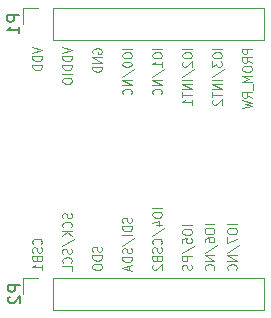
<source format=gbr>
%TF.GenerationSoftware,KiCad,Pcbnew,(7.0.0-0)*%
%TF.CreationDate,2023-10-19T00:03:18+09:00*%
%TF.ProjectId,shuttle-adaptor,73687574-746c-4652-9d61-646170746f72,rev?*%
%TF.SameCoordinates,Original*%
%TF.FileFunction,Legend,Bot*%
%TF.FilePolarity,Positive*%
%FSLAX46Y46*%
G04 Gerber Fmt 4.6, Leading zero omitted, Abs format (unit mm)*
G04 Created by KiCad (PCBNEW (7.0.0-0)) date 2023-10-19 00:03:18*
%MOMM*%
%LPD*%
G01*
G04 APERTURE LIST*
%ADD10C,0.120000*%
%ADD11C,0.150000*%
G04 APERTURE END LIST*
D10*
X134875809Y-84963571D02*
X134913904Y-85070714D01*
X134913904Y-85070714D02*
X134913904Y-85249285D01*
X134913904Y-85249285D02*
X134875809Y-85320714D01*
X134875809Y-85320714D02*
X134837714Y-85356428D01*
X134837714Y-85356428D02*
X134761523Y-85392142D01*
X134761523Y-85392142D02*
X134685333Y-85392142D01*
X134685333Y-85392142D02*
X134609142Y-85356428D01*
X134609142Y-85356428D02*
X134571047Y-85320714D01*
X134571047Y-85320714D02*
X134532952Y-85249285D01*
X134532952Y-85249285D02*
X134494857Y-85106428D01*
X134494857Y-85106428D02*
X134456761Y-85034999D01*
X134456761Y-85034999D02*
X134418666Y-84999285D01*
X134418666Y-84999285D02*
X134342476Y-84963571D01*
X134342476Y-84963571D02*
X134266285Y-84963571D01*
X134266285Y-84963571D02*
X134190095Y-84999285D01*
X134190095Y-84999285D02*
X134152000Y-85034999D01*
X134152000Y-85034999D02*
X134113904Y-85106428D01*
X134113904Y-85106428D02*
X134113904Y-85284999D01*
X134113904Y-85284999D02*
X134152000Y-85392142D01*
X134913904Y-85713571D02*
X134113904Y-85713571D01*
X134113904Y-85713571D02*
X134113904Y-85892142D01*
X134113904Y-85892142D02*
X134152000Y-85999285D01*
X134152000Y-85999285D02*
X134228190Y-86070714D01*
X134228190Y-86070714D02*
X134304380Y-86106428D01*
X134304380Y-86106428D02*
X134456761Y-86142142D01*
X134456761Y-86142142D02*
X134571047Y-86142142D01*
X134571047Y-86142142D02*
X134723428Y-86106428D01*
X134723428Y-86106428D02*
X134799619Y-86070714D01*
X134799619Y-86070714D02*
X134875809Y-85999285D01*
X134875809Y-85999285D02*
X134913904Y-85892142D01*
X134913904Y-85892142D02*
X134913904Y-85713571D01*
X134913904Y-86463571D02*
X134113904Y-86463571D01*
X134075809Y-87356428D02*
X135104380Y-86713571D01*
X134875809Y-87570714D02*
X134913904Y-87677857D01*
X134913904Y-87677857D02*
X134913904Y-87856428D01*
X134913904Y-87856428D02*
X134875809Y-87927857D01*
X134875809Y-87927857D02*
X134837714Y-87963571D01*
X134837714Y-87963571D02*
X134761523Y-87999285D01*
X134761523Y-87999285D02*
X134685333Y-87999285D01*
X134685333Y-87999285D02*
X134609142Y-87963571D01*
X134609142Y-87963571D02*
X134571047Y-87927857D01*
X134571047Y-87927857D02*
X134532952Y-87856428D01*
X134532952Y-87856428D02*
X134494857Y-87713571D01*
X134494857Y-87713571D02*
X134456761Y-87642142D01*
X134456761Y-87642142D02*
X134418666Y-87606428D01*
X134418666Y-87606428D02*
X134342476Y-87570714D01*
X134342476Y-87570714D02*
X134266285Y-87570714D01*
X134266285Y-87570714D02*
X134190095Y-87606428D01*
X134190095Y-87606428D02*
X134152000Y-87642142D01*
X134152000Y-87642142D02*
X134113904Y-87713571D01*
X134113904Y-87713571D02*
X134113904Y-87892142D01*
X134113904Y-87892142D02*
X134152000Y-87999285D01*
X134913904Y-88320714D02*
X134113904Y-88320714D01*
X134113904Y-88320714D02*
X134113904Y-88499285D01*
X134113904Y-88499285D02*
X134152000Y-88606428D01*
X134152000Y-88606428D02*
X134228190Y-88677857D01*
X134228190Y-88677857D02*
X134304380Y-88713571D01*
X134304380Y-88713571D02*
X134456761Y-88749285D01*
X134456761Y-88749285D02*
X134571047Y-88749285D01*
X134571047Y-88749285D02*
X134723428Y-88713571D01*
X134723428Y-88713571D02*
X134799619Y-88677857D01*
X134799619Y-88677857D02*
X134875809Y-88606428D01*
X134875809Y-88606428D02*
X134913904Y-88499285D01*
X134913904Y-88499285D02*
X134913904Y-88320714D01*
X134685333Y-89035000D02*
X134685333Y-89392143D01*
X134913904Y-88963571D02*
X134113904Y-89213571D01*
X134113904Y-89213571D02*
X134913904Y-89463571D01*
X127217714Y-87213570D02*
X127255809Y-87177856D01*
X127255809Y-87177856D02*
X127293904Y-87070713D01*
X127293904Y-87070713D02*
X127293904Y-86999285D01*
X127293904Y-86999285D02*
X127255809Y-86892142D01*
X127255809Y-86892142D02*
X127179619Y-86820713D01*
X127179619Y-86820713D02*
X127103428Y-86784999D01*
X127103428Y-86784999D02*
X126951047Y-86749285D01*
X126951047Y-86749285D02*
X126836761Y-86749285D01*
X126836761Y-86749285D02*
X126684380Y-86784999D01*
X126684380Y-86784999D02*
X126608190Y-86820713D01*
X126608190Y-86820713D02*
X126532000Y-86892142D01*
X126532000Y-86892142D02*
X126493904Y-86999285D01*
X126493904Y-86999285D02*
X126493904Y-87070713D01*
X126493904Y-87070713D02*
X126532000Y-87177856D01*
X126532000Y-87177856D02*
X126570095Y-87213570D01*
X127255809Y-87499285D02*
X127293904Y-87606428D01*
X127293904Y-87606428D02*
X127293904Y-87784999D01*
X127293904Y-87784999D02*
X127255809Y-87856428D01*
X127255809Y-87856428D02*
X127217714Y-87892142D01*
X127217714Y-87892142D02*
X127141523Y-87927856D01*
X127141523Y-87927856D02*
X127065333Y-87927856D01*
X127065333Y-87927856D02*
X126989142Y-87892142D01*
X126989142Y-87892142D02*
X126951047Y-87856428D01*
X126951047Y-87856428D02*
X126912952Y-87784999D01*
X126912952Y-87784999D02*
X126874857Y-87642142D01*
X126874857Y-87642142D02*
X126836761Y-87570713D01*
X126836761Y-87570713D02*
X126798666Y-87534999D01*
X126798666Y-87534999D02*
X126722476Y-87499285D01*
X126722476Y-87499285D02*
X126646285Y-87499285D01*
X126646285Y-87499285D02*
X126570095Y-87534999D01*
X126570095Y-87534999D02*
X126532000Y-87570713D01*
X126532000Y-87570713D02*
X126493904Y-87642142D01*
X126493904Y-87642142D02*
X126493904Y-87820713D01*
X126493904Y-87820713D02*
X126532000Y-87927856D01*
X126874857Y-88499285D02*
X126912952Y-88606428D01*
X126912952Y-88606428D02*
X126951047Y-88642142D01*
X126951047Y-88642142D02*
X127027238Y-88677856D01*
X127027238Y-88677856D02*
X127141523Y-88677856D01*
X127141523Y-88677856D02*
X127217714Y-88642142D01*
X127217714Y-88642142D02*
X127255809Y-88606428D01*
X127255809Y-88606428D02*
X127293904Y-88534999D01*
X127293904Y-88534999D02*
X127293904Y-88249285D01*
X127293904Y-88249285D02*
X126493904Y-88249285D01*
X126493904Y-88249285D02*
X126493904Y-88499285D01*
X126493904Y-88499285D02*
X126532000Y-88570714D01*
X126532000Y-88570714D02*
X126570095Y-88606428D01*
X126570095Y-88606428D02*
X126646285Y-88642142D01*
X126646285Y-88642142D02*
X126722476Y-88642142D01*
X126722476Y-88642142D02*
X126798666Y-88606428D01*
X126798666Y-88606428D02*
X126836761Y-88570714D01*
X126836761Y-88570714D02*
X126874857Y-88499285D01*
X126874857Y-88499285D02*
X126874857Y-88249285D01*
X127293904Y-89392142D02*
X127293904Y-88963571D01*
X127293904Y-89177856D02*
X126493904Y-89177856D01*
X126493904Y-89177856D02*
X126608190Y-89106428D01*
X126608190Y-89106428D02*
X126684380Y-89034999D01*
X126684380Y-89034999D02*
X126722476Y-88963571D01*
X129033904Y-70556428D02*
X129833904Y-70806428D01*
X129833904Y-70806428D02*
X129033904Y-71056428D01*
X129833904Y-71306428D02*
X129033904Y-71306428D01*
X129033904Y-71306428D02*
X129033904Y-71484999D01*
X129033904Y-71484999D02*
X129072000Y-71592142D01*
X129072000Y-71592142D02*
X129148190Y-71663571D01*
X129148190Y-71663571D02*
X129224380Y-71699285D01*
X129224380Y-71699285D02*
X129376761Y-71734999D01*
X129376761Y-71734999D02*
X129491047Y-71734999D01*
X129491047Y-71734999D02*
X129643428Y-71699285D01*
X129643428Y-71699285D02*
X129719619Y-71663571D01*
X129719619Y-71663571D02*
X129795809Y-71592142D01*
X129795809Y-71592142D02*
X129833904Y-71484999D01*
X129833904Y-71484999D02*
X129833904Y-71306428D01*
X129833904Y-72056428D02*
X129033904Y-72056428D01*
X129033904Y-72056428D02*
X129033904Y-72234999D01*
X129033904Y-72234999D02*
X129072000Y-72342142D01*
X129072000Y-72342142D02*
X129148190Y-72413571D01*
X129148190Y-72413571D02*
X129224380Y-72449285D01*
X129224380Y-72449285D02*
X129376761Y-72484999D01*
X129376761Y-72484999D02*
X129491047Y-72484999D01*
X129491047Y-72484999D02*
X129643428Y-72449285D01*
X129643428Y-72449285D02*
X129719619Y-72413571D01*
X129719619Y-72413571D02*
X129795809Y-72342142D01*
X129795809Y-72342142D02*
X129833904Y-72234999D01*
X129833904Y-72234999D02*
X129833904Y-72056428D01*
X129833904Y-72806428D02*
X129033904Y-72806428D01*
X129033904Y-73306428D02*
X129033904Y-73449285D01*
X129033904Y-73449285D02*
X129072000Y-73520714D01*
X129072000Y-73520714D02*
X129148190Y-73592142D01*
X129148190Y-73592142D02*
X129300571Y-73627857D01*
X129300571Y-73627857D02*
X129567238Y-73627857D01*
X129567238Y-73627857D02*
X129719619Y-73592142D01*
X129719619Y-73592142D02*
X129795809Y-73520714D01*
X129795809Y-73520714D02*
X129833904Y-73449285D01*
X129833904Y-73449285D02*
X129833904Y-73306428D01*
X129833904Y-73306428D02*
X129795809Y-73235000D01*
X129795809Y-73235000D02*
X129719619Y-73163571D01*
X129719619Y-73163571D02*
X129567238Y-73127857D01*
X129567238Y-73127857D02*
X129300571Y-73127857D01*
X129300571Y-73127857D02*
X129148190Y-73163571D01*
X129148190Y-73163571D02*
X129072000Y-73235000D01*
X129072000Y-73235000D02*
X129033904Y-73306428D01*
X142533904Y-70663571D02*
X141733904Y-70663571D01*
X141733904Y-71163571D02*
X141733904Y-71306428D01*
X141733904Y-71306428D02*
X141772000Y-71377857D01*
X141772000Y-71377857D02*
X141848190Y-71449285D01*
X141848190Y-71449285D02*
X142000571Y-71485000D01*
X142000571Y-71485000D02*
X142267238Y-71485000D01*
X142267238Y-71485000D02*
X142419619Y-71449285D01*
X142419619Y-71449285D02*
X142495809Y-71377857D01*
X142495809Y-71377857D02*
X142533904Y-71306428D01*
X142533904Y-71306428D02*
X142533904Y-71163571D01*
X142533904Y-71163571D02*
X142495809Y-71092143D01*
X142495809Y-71092143D02*
X142419619Y-71020714D01*
X142419619Y-71020714D02*
X142267238Y-70985000D01*
X142267238Y-70985000D02*
X142000571Y-70985000D01*
X142000571Y-70985000D02*
X141848190Y-71020714D01*
X141848190Y-71020714D02*
X141772000Y-71092143D01*
X141772000Y-71092143D02*
X141733904Y-71163571D01*
X141733904Y-71734999D02*
X141733904Y-72199285D01*
X141733904Y-72199285D02*
X142038666Y-71949285D01*
X142038666Y-71949285D02*
X142038666Y-72056428D01*
X142038666Y-72056428D02*
X142076761Y-72127857D01*
X142076761Y-72127857D02*
X142114857Y-72163571D01*
X142114857Y-72163571D02*
X142191047Y-72199285D01*
X142191047Y-72199285D02*
X142381523Y-72199285D01*
X142381523Y-72199285D02*
X142457714Y-72163571D01*
X142457714Y-72163571D02*
X142495809Y-72127857D01*
X142495809Y-72127857D02*
X142533904Y-72056428D01*
X142533904Y-72056428D02*
X142533904Y-71842142D01*
X142533904Y-71842142D02*
X142495809Y-71770714D01*
X142495809Y-71770714D02*
X142457714Y-71734999D01*
X141695809Y-73056428D02*
X142724380Y-72413571D01*
X142533904Y-73306428D02*
X141733904Y-73306428D01*
X142533904Y-73663571D02*
X141733904Y-73663571D01*
X141733904Y-73663571D02*
X142533904Y-74092142D01*
X142533904Y-74092142D02*
X141733904Y-74092142D01*
X141733904Y-74342142D02*
X141733904Y-74770714D01*
X142533904Y-74556428D02*
X141733904Y-74556428D01*
X141810095Y-74985000D02*
X141772000Y-75020714D01*
X141772000Y-75020714D02*
X141733904Y-75092143D01*
X141733904Y-75092143D02*
X141733904Y-75270714D01*
X141733904Y-75270714D02*
X141772000Y-75342143D01*
X141772000Y-75342143D02*
X141810095Y-75377857D01*
X141810095Y-75377857D02*
X141886285Y-75413571D01*
X141886285Y-75413571D02*
X141962476Y-75413571D01*
X141962476Y-75413571D02*
X142076761Y-75377857D01*
X142076761Y-75377857D02*
X142533904Y-74949285D01*
X142533904Y-74949285D02*
X142533904Y-75413571D01*
X137453904Y-84142142D02*
X136653904Y-84142142D01*
X136653904Y-84642142D02*
X136653904Y-84784999D01*
X136653904Y-84784999D02*
X136692000Y-84856428D01*
X136692000Y-84856428D02*
X136768190Y-84927856D01*
X136768190Y-84927856D02*
X136920571Y-84963571D01*
X136920571Y-84963571D02*
X137187238Y-84963571D01*
X137187238Y-84963571D02*
X137339619Y-84927856D01*
X137339619Y-84927856D02*
X137415809Y-84856428D01*
X137415809Y-84856428D02*
X137453904Y-84784999D01*
X137453904Y-84784999D02*
X137453904Y-84642142D01*
X137453904Y-84642142D02*
X137415809Y-84570714D01*
X137415809Y-84570714D02*
X137339619Y-84499285D01*
X137339619Y-84499285D02*
X137187238Y-84463571D01*
X137187238Y-84463571D02*
X136920571Y-84463571D01*
X136920571Y-84463571D02*
X136768190Y-84499285D01*
X136768190Y-84499285D02*
X136692000Y-84570714D01*
X136692000Y-84570714D02*
X136653904Y-84642142D01*
X136920571Y-85606428D02*
X137453904Y-85606428D01*
X136615809Y-85427856D02*
X137187238Y-85249285D01*
X137187238Y-85249285D02*
X137187238Y-85713570D01*
X136615809Y-86534999D02*
X137644380Y-85892142D01*
X137377714Y-87213570D02*
X137415809Y-87177856D01*
X137415809Y-87177856D02*
X137453904Y-87070713D01*
X137453904Y-87070713D02*
X137453904Y-86999285D01*
X137453904Y-86999285D02*
X137415809Y-86892142D01*
X137415809Y-86892142D02*
X137339619Y-86820713D01*
X137339619Y-86820713D02*
X137263428Y-86784999D01*
X137263428Y-86784999D02*
X137111047Y-86749285D01*
X137111047Y-86749285D02*
X136996761Y-86749285D01*
X136996761Y-86749285D02*
X136844380Y-86784999D01*
X136844380Y-86784999D02*
X136768190Y-86820713D01*
X136768190Y-86820713D02*
X136692000Y-86892142D01*
X136692000Y-86892142D02*
X136653904Y-86999285D01*
X136653904Y-86999285D02*
X136653904Y-87070713D01*
X136653904Y-87070713D02*
X136692000Y-87177856D01*
X136692000Y-87177856D02*
X136730095Y-87213570D01*
X137415809Y-87499285D02*
X137453904Y-87606428D01*
X137453904Y-87606428D02*
X137453904Y-87784999D01*
X137453904Y-87784999D02*
X137415809Y-87856428D01*
X137415809Y-87856428D02*
X137377714Y-87892142D01*
X137377714Y-87892142D02*
X137301523Y-87927856D01*
X137301523Y-87927856D02*
X137225333Y-87927856D01*
X137225333Y-87927856D02*
X137149142Y-87892142D01*
X137149142Y-87892142D02*
X137111047Y-87856428D01*
X137111047Y-87856428D02*
X137072952Y-87784999D01*
X137072952Y-87784999D02*
X137034857Y-87642142D01*
X137034857Y-87642142D02*
X136996761Y-87570713D01*
X136996761Y-87570713D02*
X136958666Y-87534999D01*
X136958666Y-87534999D02*
X136882476Y-87499285D01*
X136882476Y-87499285D02*
X136806285Y-87499285D01*
X136806285Y-87499285D02*
X136730095Y-87534999D01*
X136730095Y-87534999D02*
X136692000Y-87570713D01*
X136692000Y-87570713D02*
X136653904Y-87642142D01*
X136653904Y-87642142D02*
X136653904Y-87820713D01*
X136653904Y-87820713D02*
X136692000Y-87927856D01*
X137034857Y-88499285D02*
X137072952Y-88606428D01*
X137072952Y-88606428D02*
X137111047Y-88642142D01*
X137111047Y-88642142D02*
X137187238Y-88677856D01*
X137187238Y-88677856D02*
X137301523Y-88677856D01*
X137301523Y-88677856D02*
X137377714Y-88642142D01*
X137377714Y-88642142D02*
X137415809Y-88606428D01*
X137415809Y-88606428D02*
X137453904Y-88534999D01*
X137453904Y-88534999D02*
X137453904Y-88249285D01*
X137453904Y-88249285D02*
X136653904Y-88249285D01*
X136653904Y-88249285D02*
X136653904Y-88499285D01*
X136653904Y-88499285D02*
X136692000Y-88570714D01*
X136692000Y-88570714D02*
X136730095Y-88606428D01*
X136730095Y-88606428D02*
X136806285Y-88642142D01*
X136806285Y-88642142D02*
X136882476Y-88642142D01*
X136882476Y-88642142D02*
X136958666Y-88606428D01*
X136958666Y-88606428D02*
X136996761Y-88570714D01*
X136996761Y-88570714D02*
X137034857Y-88499285D01*
X137034857Y-88499285D02*
X137034857Y-88249285D01*
X136730095Y-88963571D02*
X136692000Y-88999285D01*
X136692000Y-88999285D02*
X136653904Y-89070714D01*
X136653904Y-89070714D02*
X136653904Y-89249285D01*
X136653904Y-89249285D02*
X136692000Y-89320714D01*
X136692000Y-89320714D02*
X136730095Y-89356428D01*
X136730095Y-89356428D02*
X136806285Y-89392142D01*
X136806285Y-89392142D02*
X136882476Y-89392142D01*
X136882476Y-89392142D02*
X136996761Y-89356428D01*
X136996761Y-89356428D02*
X137453904Y-88927856D01*
X137453904Y-88927856D02*
X137453904Y-89392142D01*
X145073904Y-70663571D02*
X144273904Y-70663571D01*
X144273904Y-70663571D02*
X144273904Y-70949285D01*
X144273904Y-70949285D02*
X144312000Y-71020714D01*
X144312000Y-71020714D02*
X144350095Y-71056428D01*
X144350095Y-71056428D02*
X144426285Y-71092142D01*
X144426285Y-71092142D02*
X144540571Y-71092142D01*
X144540571Y-71092142D02*
X144616761Y-71056428D01*
X144616761Y-71056428D02*
X144654857Y-71020714D01*
X144654857Y-71020714D02*
X144692952Y-70949285D01*
X144692952Y-70949285D02*
X144692952Y-70663571D01*
X145073904Y-71842142D02*
X144692952Y-71592142D01*
X145073904Y-71413571D02*
X144273904Y-71413571D01*
X144273904Y-71413571D02*
X144273904Y-71699285D01*
X144273904Y-71699285D02*
X144312000Y-71770714D01*
X144312000Y-71770714D02*
X144350095Y-71806428D01*
X144350095Y-71806428D02*
X144426285Y-71842142D01*
X144426285Y-71842142D02*
X144540571Y-71842142D01*
X144540571Y-71842142D02*
X144616761Y-71806428D01*
X144616761Y-71806428D02*
X144654857Y-71770714D01*
X144654857Y-71770714D02*
X144692952Y-71699285D01*
X144692952Y-71699285D02*
X144692952Y-71413571D01*
X144273904Y-72306428D02*
X144273904Y-72449285D01*
X144273904Y-72449285D02*
X144312000Y-72520714D01*
X144312000Y-72520714D02*
X144388190Y-72592142D01*
X144388190Y-72592142D02*
X144540571Y-72627857D01*
X144540571Y-72627857D02*
X144807238Y-72627857D01*
X144807238Y-72627857D02*
X144959619Y-72592142D01*
X144959619Y-72592142D02*
X145035809Y-72520714D01*
X145035809Y-72520714D02*
X145073904Y-72449285D01*
X145073904Y-72449285D02*
X145073904Y-72306428D01*
X145073904Y-72306428D02*
X145035809Y-72235000D01*
X145035809Y-72235000D02*
X144959619Y-72163571D01*
X144959619Y-72163571D02*
X144807238Y-72127857D01*
X144807238Y-72127857D02*
X144540571Y-72127857D01*
X144540571Y-72127857D02*
X144388190Y-72163571D01*
X144388190Y-72163571D02*
X144312000Y-72235000D01*
X144312000Y-72235000D02*
X144273904Y-72306428D01*
X145073904Y-72949285D02*
X144273904Y-72949285D01*
X144273904Y-72949285D02*
X144845333Y-73199285D01*
X144845333Y-73199285D02*
X144273904Y-73449285D01*
X144273904Y-73449285D02*
X145073904Y-73449285D01*
X145150095Y-73627857D02*
X145150095Y-74199285D01*
X145073904Y-74806428D02*
X144692952Y-74556428D01*
X145073904Y-74377857D02*
X144273904Y-74377857D01*
X144273904Y-74377857D02*
X144273904Y-74663571D01*
X144273904Y-74663571D02*
X144312000Y-74735000D01*
X144312000Y-74735000D02*
X144350095Y-74770714D01*
X144350095Y-74770714D02*
X144426285Y-74806428D01*
X144426285Y-74806428D02*
X144540571Y-74806428D01*
X144540571Y-74806428D02*
X144616761Y-74770714D01*
X144616761Y-74770714D02*
X144654857Y-74735000D01*
X144654857Y-74735000D02*
X144692952Y-74663571D01*
X144692952Y-74663571D02*
X144692952Y-74377857D01*
X144273904Y-75056428D02*
X145073904Y-75235000D01*
X145073904Y-75235000D02*
X144502476Y-75377857D01*
X144502476Y-75377857D02*
X145073904Y-75520714D01*
X145073904Y-75520714D02*
X144273904Y-75699286D01*
X139993904Y-85606428D02*
X139193904Y-85606428D01*
X139193904Y-86106428D02*
X139193904Y-86249285D01*
X139193904Y-86249285D02*
X139232000Y-86320714D01*
X139232000Y-86320714D02*
X139308190Y-86392142D01*
X139308190Y-86392142D02*
X139460571Y-86427857D01*
X139460571Y-86427857D02*
X139727238Y-86427857D01*
X139727238Y-86427857D02*
X139879619Y-86392142D01*
X139879619Y-86392142D02*
X139955809Y-86320714D01*
X139955809Y-86320714D02*
X139993904Y-86249285D01*
X139993904Y-86249285D02*
X139993904Y-86106428D01*
X139993904Y-86106428D02*
X139955809Y-86035000D01*
X139955809Y-86035000D02*
X139879619Y-85963571D01*
X139879619Y-85963571D02*
X139727238Y-85927857D01*
X139727238Y-85927857D02*
X139460571Y-85927857D01*
X139460571Y-85927857D02*
X139308190Y-85963571D01*
X139308190Y-85963571D02*
X139232000Y-86035000D01*
X139232000Y-86035000D02*
X139193904Y-86106428D01*
X139193904Y-87106428D02*
X139193904Y-86749285D01*
X139193904Y-86749285D02*
X139574857Y-86713571D01*
X139574857Y-86713571D02*
X139536761Y-86749285D01*
X139536761Y-86749285D02*
X139498666Y-86820714D01*
X139498666Y-86820714D02*
X139498666Y-86999285D01*
X139498666Y-86999285D02*
X139536761Y-87070714D01*
X139536761Y-87070714D02*
X139574857Y-87106428D01*
X139574857Y-87106428D02*
X139651047Y-87142142D01*
X139651047Y-87142142D02*
X139841523Y-87142142D01*
X139841523Y-87142142D02*
X139917714Y-87106428D01*
X139917714Y-87106428D02*
X139955809Y-87070714D01*
X139955809Y-87070714D02*
X139993904Y-86999285D01*
X139993904Y-86999285D02*
X139993904Y-86820714D01*
X139993904Y-86820714D02*
X139955809Y-86749285D01*
X139955809Y-86749285D02*
X139917714Y-86713571D01*
X139155809Y-87999285D02*
X140184380Y-87356428D01*
X139993904Y-88249285D02*
X139193904Y-88249285D01*
X139193904Y-88249285D02*
X139193904Y-88534999D01*
X139193904Y-88534999D02*
X139232000Y-88606428D01*
X139232000Y-88606428D02*
X139270095Y-88642142D01*
X139270095Y-88642142D02*
X139346285Y-88677856D01*
X139346285Y-88677856D02*
X139460571Y-88677856D01*
X139460571Y-88677856D02*
X139536761Y-88642142D01*
X139536761Y-88642142D02*
X139574857Y-88606428D01*
X139574857Y-88606428D02*
X139612952Y-88534999D01*
X139612952Y-88534999D02*
X139612952Y-88249285D01*
X139955809Y-88963571D02*
X139993904Y-89070714D01*
X139993904Y-89070714D02*
X139993904Y-89249285D01*
X139993904Y-89249285D02*
X139955809Y-89320714D01*
X139955809Y-89320714D02*
X139917714Y-89356428D01*
X139917714Y-89356428D02*
X139841523Y-89392142D01*
X139841523Y-89392142D02*
X139765333Y-89392142D01*
X139765333Y-89392142D02*
X139689142Y-89356428D01*
X139689142Y-89356428D02*
X139651047Y-89320714D01*
X139651047Y-89320714D02*
X139612952Y-89249285D01*
X139612952Y-89249285D02*
X139574857Y-89106428D01*
X139574857Y-89106428D02*
X139536761Y-89034999D01*
X139536761Y-89034999D02*
X139498666Y-88999285D01*
X139498666Y-88999285D02*
X139422476Y-88963571D01*
X139422476Y-88963571D02*
X139346285Y-88963571D01*
X139346285Y-88963571D02*
X139270095Y-88999285D01*
X139270095Y-88999285D02*
X139232000Y-89034999D01*
X139232000Y-89034999D02*
X139193904Y-89106428D01*
X139193904Y-89106428D02*
X139193904Y-89284999D01*
X139193904Y-89284999D02*
X139232000Y-89392142D01*
X129795809Y-84606428D02*
X129833904Y-84713571D01*
X129833904Y-84713571D02*
X129833904Y-84892142D01*
X129833904Y-84892142D02*
X129795809Y-84963571D01*
X129795809Y-84963571D02*
X129757714Y-84999285D01*
X129757714Y-84999285D02*
X129681523Y-85034999D01*
X129681523Y-85034999D02*
X129605333Y-85034999D01*
X129605333Y-85034999D02*
X129529142Y-84999285D01*
X129529142Y-84999285D02*
X129491047Y-84963571D01*
X129491047Y-84963571D02*
X129452952Y-84892142D01*
X129452952Y-84892142D02*
X129414857Y-84749285D01*
X129414857Y-84749285D02*
X129376761Y-84677856D01*
X129376761Y-84677856D02*
X129338666Y-84642142D01*
X129338666Y-84642142D02*
X129262476Y-84606428D01*
X129262476Y-84606428D02*
X129186285Y-84606428D01*
X129186285Y-84606428D02*
X129110095Y-84642142D01*
X129110095Y-84642142D02*
X129072000Y-84677856D01*
X129072000Y-84677856D02*
X129033904Y-84749285D01*
X129033904Y-84749285D02*
X129033904Y-84927856D01*
X129033904Y-84927856D02*
X129072000Y-85034999D01*
X129757714Y-85784999D02*
X129795809Y-85749285D01*
X129795809Y-85749285D02*
X129833904Y-85642142D01*
X129833904Y-85642142D02*
X129833904Y-85570714D01*
X129833904Y-85570714D02*
X129795809Y-85463571D01*
X129795809Y-85463571D02*
X129719619Y-85392142D01*
X129719619Y-85392142D02*
X129643428Y-85356428D01*
X129643428Y-85356428D02*
X129491047Y-85320714D01*
X129491047Y-85320714D02*
X129376761Y-85320714D01*
X129376761Y-85320714D02*
X129224380Y-85356428D01*
X129224380Y-85356428D02*
X129148190Y-85392142D01*
X129148190Y-85392142D02*
X129072000Y-85463571D01*
X129072000Y-85463571D02*
X129033904Y-85570714D01*
X129033904Y-85570714D02*
X129033904Y-85642142D01*
X129033904Y-85642142D02*
X129072000Y-85749285D01*
X129072000Y-85749285D02*
X129110095Y-85784999D01*
X129833904Y-86106428D02*
X129033904Y-86106428D01*
X129833904Y-86534999D02*
X129376761Y-86213571D01*
X129033904Y-86534999D02*
X129491047Y-86106428D01*
X128995809Y-87392142D02*
X130024380Y-86749285D01*
X129795809Y-87606428D02*
X129833904Y-87713571D01*
X129833904Y-87713571D02*
X129833904Y-87892142D01*
X129833904Y-87892142D02*
X129795809Y-87963571D01*
X129795809Y-87963571D02*
X129757714Y-87999285D01*
X129757714Y-87999285D02*
X129681523Y-88034999D01*
X129681523Y-88034999D02*
X129605333Y-88034999D01*
X129605333Y-88034999D02*
X129529142Y-87999285D01*
X129529142Y-87999285D02*
X129491047Y-87963571D01*
X129491047Y-87963571D02*
X129452952Y-87892142D01*
X129452952Y-87892142D02*
X129414857Y-87749285D01*
X129414857Y-87749285D02*
X129376761Y-87677856D01*
X129376761Y-87677856D02*
X129338666Y-87642142D01*
X129338666Y-87642142D02*
X129262476Y-87606428D01*
X129262476Y-87606428D02*
X129186285Y-87606428D01*
X129186285Y-87606428D02*
X129110095Y-87642142D01*
X129110095Y-87642142D02*
X129072000Y-87677856D01*
X129072000Y-87677856D02*
X129033904Y-87749285D01*
X129033904Y-87749285D02*
X129033904Y-87927856D01*
X129033904Y-87927856D02*
X129072000Y-88034999D01*
X129757714Y-88784999D02*
X129795809Y-88749285D01*
X129795809Y-88749285D02*
X129833904Y-88642142D01*
X129833904Y-88642142D02*
X129833904Y-88570714D01*
X129833904Y-88570714D02*
X129795809Y-88463571D01*
X129795809Y-88463571D02*
X129719619Y-88392142D01*
X129719619Y-88392142D02*
X129643428Y-88356428D01*
X129643428Y-88356428D02*
X129491047Y-88320714D01*
X129491047Y-88320714D02*
X129376761Y-88320714D01*
X129376761Y-88320714D02*
X129224380Y-88356428D01*
X129224380Y-88356428D02*
X129148190Y-88392142D01*
X129148190Y-88392142D02*
X129072000Y-88463571D01*
X129072000Y-88463571D02*
X129033904Y-88570714D01*
X129033904Y-88570714D02*
X129033904Y-88642142D01*
X129033904Y-88642142D02*
X129072000Y-88749285D01*
X129072000Y-88749285D02*
X129110095Y-88784999D01*
X129833904Y-89463571D02*
X129833904Y-89106428D01*
X129833904Y-89106428D02*
X129033904Y-89106428D01*
X141898904Y-85535000D02*
X141098904Y-85535000D01*
X141098904Y-86035000D02*
X141098904Y-86177857D01*
X141098904Y-86177857D02*
X141137000Y-86249286D01*
X141137000Y-86249286D02*
X141213190Y-86320714D01*
X141213190Y-86320714D02*
X141365571Y-86356429D01*
X141365571Y-86356429D02*
X141632238Y-86356429D01*
X141632238Y-86356429D02*
X141784619Y-86320714D01*
X141784619Y-86320714D02*
X141860809Y-86249286D01*
X141860809Y-86249286D02*
X141898904Y-86177857D01*
X141898904Y-86177857D02*
X141898904Y-86035000D01*
X141898904Y-86035000D02*
X141860809Y-85963572D01*
X141860809Y-85963572D02*
X141784619Y-85892143D01*
X141784619Y-85892143D02*
X141632238Y-85856429D01*
X141632238Y-85856429D02*
X141365571Y-85856429D01*
X141365571Y-85856429D02*
X141213190Y-85892143D01*
X141213190Y-85892143D02*
X141137000Y-85963572D01*
X141137000Y-85963572D02*
X141098904Y-86035000D01*
X141098904Y-86999286D02*
X141098904Y-86856428D01*
X141098904Y-86856428D02*
X141137000Y-86785000D01*
X141137000Y-86785000D02*
X141175095Y-86749286D01*
X141175095Y-86749286D02*
X141289380Y-86677857D01*
X141289380Y-86677857D02*
X141441761Y-86642143D01*
X141441761Y-86642143D02*
X141746523Y-86642143D01*
X141746523Y-86642143D02*
X141822714Y-86677857D01*
X141822714Y-86677857D02*
X141860809Y-86713571D01*
X141860809Y-86713571D02*
X141898904Y-86785000D01*
X141898904Y-86785000D02*
X141898904Y-86927857D01*
X141898904Y-86927857D02*
X141860809Y-86999286D01*
X141860809Y-86999286D02*
X141822714Y-87035000D01*
X141822714Y-87035000D02*
X141746523Y-87070714D01*
X141746523Y-87070714D02*
X141556047Y-87070714D01*
X141556047Y-87070714D02*
X141479857Y-87035000D01*
X141479857Y-87035000D02*
X141441761Y-86999286D01*
X141441761Y-86999286D02*
X141403666Y-86927857D01*
X141403666Y-86927857D02*
X141403666Y-86785000D01*
X141403666Y-86785000D02*
X141441761Y-86713571D01*
X141441761Y-86713571D02*
X141479857Y-86677857D01*
X141479857Y-86677857D02*
X141556047Y-86642143D01*
X141060809Y-87927857D02*
X142089380Y-87285000D01*
X141898904Y-88177857D02*
X141098904Y-88177857D01*
X141098904Y-88177857D02*
X141898904Y-88606428D01*
X141898904Y-88606428D02*
X141098904Y-88606428D01*
X141822714Y-89392142D02*
X141860809Y-89356428D01*
X141860809Y-89356428D02*
X141898904Y-89249285D01*
X141898904Y-89249285D02*
X141898904Y-89177857D01*
X141898904Y-89177857D02*
X141860809Y-89070714D01*
X141860809Y-89070714D02*
X141784619Y-88999285D01*
X141784619Y-88999285D02*
X141708428Y-88963571D01*
X141708428Y-88963571D02*
X141556047Y-88927857D01*
X141556047Y-88927857D02*
X141441761Y-88927857D01*
X141441761Y-88927857D02*
X141289380Y-88963571D01*
X141289380Y-88963571D02*
X141213190Y-88999285D01*
X141213190Y-88999285D02*
X141137000Y-89070714D01*
X141137000Y-89070714D02*
X141098904Y-89177857D01*
X141098904Y-89177857D02*
X141098904Y-89249285D01*
X141098904Y-89249285D02*
X141137000Y-89356428D01*
X141137000Y-89356428D02*
X141175095Y-89392142D01*
X134913904Y-70663571D02*
X134113904Y-70663571D01*
X134113904Y-71163571D02*
X134113904Y-71306428D01*
X134113904Y-71306428D02*
X134152000Y-71377857D01*
X134152000Y-71377857D02*
X134228190Y-71449285D01*
X134228190Y-71449285D02*
X134380571Y-71485000D01*
X134380571Y-71485000D02*
X134647238Y-71485000D01*
X134647238Y-71485000D02*
X134799619Y-71449285D01*
X134799619Y-71449285D02*
X134875809Y-71377857D01*
X134875809Y-71377857D02*
X134913904Y-71306428D01*
X134913904Y-71306428D02*
X134913904Y-71163571D01*
X134913904Y-71163571D02*
X134875809Y-71092143D01*
X134875809Y-71092143D02*
X134799619Y-71020714D01*
X134799619Y-71020714D02*
X134647238Y-70985000D01*
X134647238Y-70985000D02*
X134380571Y-70985000D01*
X134380571Y-70985000D02*
X134228190Y-71020714D01*
X134228190Y-71020714D02*
X134152000Y-71092143D01*
X134152000Y-71092143D02*
X134113904Y-71163571D01*
X134113904Y-71949285D02*
X134113904Y-72020714D01*
X134113904Y-72020714D02*
X134152000Y-72092142D01*
X134152000Y-72092142D02*
X134190095Y-72127857D01*
X134190095Y-72127857D02*
X134266285Y-72163571D01*
X134266285Y-72163571D02*
X134418666Y-72199285D01*
X134418666Y-72199285D02*
X134609142Y-72199285D01*
X134609142Y-72199285D02*
X134761523Y-72163571D01*
X134761523Y-72163571D02*
X134837714Y-72127857D01*
X134837714Y-72127857D02*
X134875809Y-72092142D01*
X134875809Y-72092142D02*
X134913904Y-72020714D01*
X134913904Y-72020714D02*
X134913904Y-71949285D01*
X134913904Y-71949285D02*
X134875809Y-71877857D01*
X134875809Y-71877857D02*
X134837714Y-71842142D01*
X134837714Y-71842142D02*
X134761523Y-71806428D01*
X134761523Y-71806428D02*
X134609142Y-71770714D01*
X134609142Y-71770714D02*
X134418666Y-71770714D01*
X134418666Y-71770714D02*
X134266285Y-71806428D01*
X134266285Y-71806428D02*
X134190095Y-71842142D01*
X134190095Y-71842142D02*
X134152000Y-71877857D01*
X134152000Y-71877857D02*
X134113904Y-71949285D01*
X134075809Y-73056428D02*
X135104380Y-72413571D01*
X134913904Y-73306428D02*
X134113904Y-73306428D01*
X134113904Y-73306428D02*
X134913904Y-73734999D01*
X134913904Y-73734999D02*
X134113904Y-73734999D01*
X134837714Y-74520713D02*
X134875809Y-74484999D01*
X134875809Y-74484999D02*
X134913904Y-74377856D01*
X134913904Y-74377856D02*
X134913904Y-74306428D01*
X134913904Y-74306428D02*
X134875809Y-74199285D01*
X134875809Y-74199285D02*
X134799619Y-74127856D01*
X134799619Y-74127856D02*
X134723428Y-74092142D01*
X134723428Y-74092142D02*
X134571047Y-74056428D01*
X134571047Y-74056428D02*
X134456761Y-74056428D01*
X134456761Y-74056428D02*
X134304380Y-74092142D01*
X134304380Y-74092142D02*
X134228190Y-74127856D01*
X134228190Y-74127856D02*
X134152000Y-74199285D01*
X134152000Y-74199285D02*
X134113904Y-74306428D01*
X134113904Y-74306428D02*
X134113904Y-74377856D01*
X134113904Y-74377856D02*
X134152000Y-74484999D01*
X134152000Y-74484999D02*
X134190095Y-74520713D01*
X139993904Y-70663571D02*
X139193904Y-70663571D01*
X139193904Y-71163571D02*
X139193904Y-71306428D01*
X139193904Y-71306428D02*
X139232000Y-71377857D01*
X139232000Y-71377857D02*
X139308190Y-71449285D01*
X139308190Y-71449285D02*
X139460571Y-71485000D01*
X139460571Y-71485000D02*
X139727238Y-71485000D01*
X139727238Y-71485000D02*
X139879619Y-71449285D01*
X139879619Y-71449285D02*
X139955809Y-71377857D01*
X139955809Y-71377857D02*
X139993904Y-71306428D01*
X139993904Y-71306428D02*
X139993904Y-71163571D01*
X139993904Y-71163571D02*
X139955809Y-71092143D01*
X139955809Y-71092143D02*
X139879619Y-71020714D01*
X139879619Y-71020714D02*
X139727238Y-70985000D01*
X139727238Y-70985000D02*
X139460571Y-70985000D01*
X139460571Y-70985000D02*
X139308190Y-71020714D01*
X139308190Y-71020714D02*
X139232000Y-71092143D01*
X139232000Y-71092143D02*
X139193904Y-71163571D01*
X139270095Y-71770714D02*
X139232000Y-71806428D01*
X139232000Y-71806428D02*
X139193904Y-71877857D01*
X139193904Y-71877857D02*
X139193904Y-72056428D01*
X139193904Y-72056428D02*
X139232000Y-72127857D01*
X139232000Y-72127857D02*
X139270095Y-72163571D01*
X139270095Y-72163571D02*
X139346285Y-72199285D01*
X139346285Y-72199285D02*
X139422476Y-72199285D01*
X139422476Y-72199285D02*
X139536761Y-72163571D01*
X139536761Y-72163571D02*
X139993904Y-71734999D01*
X139993904Y-71734999D02*
X139993904Y-72199285D01*
X139155809Y-73056428D02*
X140184380Y-72413571D01*
X139993904Y-73306428D02*
X139193904Y-73306428D01*
X139993904Y-73663571D02*
X139193904Y-73663571D01*
X139193904Y-73663571D02*
X139993904Y-74092142D01*
X139993904Y-74092142D02*
X139193904Y-74092142D01*
X139193904Y-74342142D02*
X139193904Y-74770714D01*
X139993904Y-74556428D02*
X139193904Y-74556428D01*
X139993904Y-75413571D02*
X139993904Y-74985000D01*
X139993904Y-75199285D02*
X139193904Y-75199285D01*
X139193904Y-75199285D02*
X139308190Y-75127857D01*
X139308190Y-75127857D02*
X139384380Y-75056428D01*
X139384380Y-75056428D02*
X139422476Y-74985000D01*
X126493904Y-70556428D02*
X127293904Y-70806428D01*
X127293904Y-70806428D02*
X126493904Y-71056428D01*
X127293904Y-71306428D02*
X126493904Y-71306428D01*
X126493904Y-71306428D02*
X126493904Y-71484999D01*
X126493904Y-71484999D02*
X126532000Y-71592142D01*
X126532000Y-71592142D02*
X126608190Y-71663571D01*
X126608190Y-71663571D02*
X126684380Y-71699285D01*
X126684380Y-71699285D02*
X126836761Y-71734999D01*
X126836761Y-71734999D02*
X126951047Y-71734999D01*
X126951047Y-71734999D02*
X127103428Y-71699285D01*
X127103428Y-71699285D02*
X127179619Y-71663571D01*
X127179619Y-71663571D02*
X127255809Y-71592142D01*
X127255809Y-71592142D02*
X127293904Y-71484999D01*
X127293904Y-71484999D02*
X127293904Y-71306428D01*
X127293904Y-72056428D02*
X126493904Y-72056428D01*
X126493904Y-72056428D02*
X126493904Y-72234999D01*
X126493904Y-72234999D02*
X126532000Y-72342142D01*
X126532000Y-72342142D02*
X126608190Y-72413571D01*
X126608190Y-72413571D02*
X126684380Y-72449285D01*
X126684380Y-72449285D02*
X126836761Y-72484999D01*
X126836761Y-72484999D02*
X126951047Y-72484999D01*
X126951047Y-72484999D02*
X127103428Y-72449285D01*
X127103428Y-72449285D02*
X127179619Y-72413571D01*
X127179619Y-72413571D02*
X127255809Y-72342142D01*
X127255809Y-72342142D02*
X127293904Y-72234999D01*
X127293904Y-72234999D02*
X127293904Y-72056428D01*
X143803904Y-85535000D02*
X143003904Y-85535000D01*
X143003904Y-86035000D02*
X143003904Y-86177857D01*
X143003904Y-86177857D02*
X143042000Y-86249286D01*
X143042000Y-86249286D02*
X143118190Y-86320714D01*
X143118190Y-86320714D02*
X143270571Y-86356429D01*
X143270571Y-86356429D02*
X143537238Y-86356429D01*
X143537238Y-86356429D02*
X143689619Y-86320714D01*
X143689619Y-86320714D02*
X143765809Y-86249286D01*
X143765809Y-86249286D02*
X143803904Y-86177857D01*
X143803904Y-86177857D02*
X143803904Y-86035000D01*
X143803904Y-86035000D02*
X143765809Y-85963572D01*
X143765809Y-85963572D02*
X143689619Y-85892143D01*
X143689619Y-85892143D02*
X143537238Y-85856429D01*
X143537238Y-85856429D02*
X143270571Y-85856429D01*
X143270571Y-85856429D02*
X143118190Y-85892143D01*
X143118190Y-85892143D02*
X143042000Y-85963572D01*
X143042000Y-85963572D02*
X143003904Y-86035000D01*
X143003904Y-86606428D02*
X143003904Y-87106428D01*
X143003904Y-87106428D02*
X143803904Y-86785000D01*
X142965809Y-87927857D02*
X143994380Y-87285000D01*
X143803904Y-88177857D02*
X143003904Y-88177857D01*
X143003904Y-88177857D02*
X143803904Y-88606428D01*
X143803904Y-88606428D02*
X143003904Y-88606428D01*
X143727714Y-89392142D02*
X143765809Y-89356428D01*
X143765809Y-89356428D02*
X143803904Y-89249285D01*
X143803904Y-89249285D02*
X143803904Y-89177857D01*
X143803904Y-89177857D02*
X143765809Y-89070714D01*
X143765809Y-89070714D02*
X143689619Y-88999285D01*
X143689619Y-88999285D02*
X143613428Y-88963571D01*
X143613428Y-88963571D02*
X143461047Y-88927857D01*
X143461047Y-88927857D02*
X143346761Y-88927857D01*
X143346761Y-88927857D02*
X143194380Y-88963571D01*
X143194380Y-88963571D02*
X143118190Y-88999285D01*
X143118190Y-88999285D02*
X143042000Y-89070714D01*
X143042000Y-89070714D02*
X143003904Y-89177857D01*
X143003904Y-89177857D02*
X143003904Y-89249285D01*
X143003904Y-89249285D02*
X143042000Y-89356428D01*
X143042000Y-89356428D02*
X143080095Y-89392142D01*
X131612000Y-71056428D02*
X131573904Y-70985000D01*
X131573904Y-70985000D02*
X131573904Y-70877857D01*
X131573904Y-70877857D02*
X131612000Y-70770714D01*
X131612000Y-70770714D02*
X131688190Y-70699285D01*
X131688190Y-70699285D02*
X131764380Y-70663571D01*
X131764380Y-70663571D02*
X131916761Y-70627857D01*
X131916761Y-70627857D02*
X132031047Y-70627857D01*
X132031047Y-70627857D02*
X132183428Y-70663571D01*
X132183428Y-70663571D02*
X132259619Y-70699285D01*
X132259619Y-70699285D02*
X132335809Y-70770714D01*
X132335809Y-70770714D02*
X132373904Y-70877857D01*
X132373904Y-70877857D02*
X132373904Y-70949285D01*
X132373904Y-70949285D02*
X132335809Y-71056428D01*
X132335809Y-71056428D02*
X132297714Y-71092142D01*
X132297714Y-71092142D02*
X132031047Y-71092142D01*
X132031047Y-71092142D02*
X132031047Y-70949285D01*
X132373904Y-71413571D02*
X131573904Y-71413571D01*
X131573904Y-71413571D02*
X132373904Y-71842142D01*
X132373904Y-71842142D02*
X131573904Y-71842142D01*
X132373904Y-72199285D02*
X131573904Y-72199285D01*
X131573904Y-72199285D02*
X131573904Y-72377856D01*
X131573904Y-72377856D02*
X131612000Y-72484999D01*
X131612000Y-72484999D02*
X131688190Y-72556428D01*
X131688190Y-72556428D02*
X131764380Y-72592142D01*
X131764380Y-72592142D02*
X131916761Y-72627856D01*
X131916761Y-72627856D02*
X132031047Y-72627856D01*
X132031047Y-72627856D02*
X132183428Y-72592142D01*
X132183428Y-72592142D02*
X132259619Y-72556428D01*
X132259619Y-72556428D02*
X132335809Y-72484999D01*
X132335809Y-72484999D02*
X132373904Y-72377856D01*
X132373904Y-72377856D02*
X132373904Y-72199285D01*
X137453904Y-70663571D02*
X136653904Y-70663571D01*
X136653904Y-71163571D02*
X136653904Y-71306428D01*
X136653904Y-71306428D02*
X136692000Y-71377857D01*
X136692000Y-71377857D02*
X136768190Y-71449285D01*
X136768190Y-71449285D02*
X136920571Y-71485000D01*
X136920571Y-71485000D02*
X137187238Y-71485000D01*
X137187238Y-71485000D02*
X137339619Y-71449285D01*
X137339619Y-71449285D02*
X137415809Y-71377857D01*
X137415809Y-71377857D02*
X137453904Y-71306428D01*
X137453904Y-71306428D02*
X137453904Y-71163571D01*
X137453904Y-71163571D02*
X137415809Y-71092143D01*
X137415809Y-71092143D02*
X137339619Y-71020714D01*
X137339619Y-71020714D02*
X137187238Y-70985000D01*
X137187238Y-70985000D02*
X136920571Y-70985000D01*
X136920571Y-70985000D02*
X136768190Y-71020714D01*
X136768190Y-71020714D02*
X136692000Y-71092143D01*
X136692000Y-71092143D02*
X136653904Y-71163571D01*
X137453904Y-72199285D02*
X137453904Y-71770714D01*
X137453904Y-71984999D02*
X136653904Y-71984999D01*
X136653904Y-71984999D02*
X136768190Y-71913571D01*
X136768190Y-71913571D02*
X136844380Y-71842142D01*
X136844380Y-71842142D02*
X136882476Y-71770714D01*
X136615809Y-73056428D02*
X137644380Y-72413571D01*
X137453904Y-73306428D02*
X136653904Y-73306428D01*
X136653904Y-73306428D02*
X137453904Y-73734999D01*
X137453904Y-73734999D02*
X136653904Y-73734999D01*
X137377714Y-74520713D02*
X137415809Y-74484999D01*
X137415809Y-74484999D02*
X137453904Y-74377856D01*
X137453904Y-74377856D02*
X137453904Y-74306428D01*
X137453904Y-74306428D02*
X137415809Y-74199285D01*
X137415809Y-74199285D02*
X137339619Y-74127856D01*
X137339619Y-74127856D02*
X137263428Y-74092142D01*
X137263428Y-74092142D02*
X137111047Y-74056428D01*
X137111047Y-74056428D02*
X136996761Y-74056428D01*
X136996761Y-74056428D02*
X136844380Y-74092142D01*
X136844380Y-74092142D02*
X136768190Y-74127856D01*
X136768190Y-74127856D02*
X136692000Y-74199285D01*
X136692000Y-74199285D02*
X136653904Y-74306428D01*
X136653904Y-74306428D02*
X136653904Y-74377856D01*
X136653904Y-74377856D02*
X136692000Y-74484999D01*
X136692000Y-74484999D02*
X136730095Y-74520713D01*
X132335809Y-87427857D02*
X132373904Y-87535000D01*
X132373904Y-87535000D02*
X132373904Y-87713571D01*
X132373904Y-87713571D02*
X132335809Y-87785000D01*
X132335809Y-87785000D02*
X132297714Y-87820714D01*
X132297714Y-87820714D02*
X132221523Y-87856428D01*
X132221523Y-87856428D02*
X132145333Y-87856428D01*
X132145333Y-87856428D02*
X132069142Y-87820714D01*
X132069142Y-87820714D02*
X132031047Y-87785000D01*
X132031047Y-87785000D02*
X131992952Y-87713571D01*
X131992952Y-87713571D02*
X131954857Y-87570714D01*
X131954857Y-87570714D02*
X131916761Y-87499285D01*
X131916761Y-87499285D02*
X131878666Y-87463571D01*
X131878666Y-87463571D02*
X131802476Y-87427857D01*
X131802476Y-87427857D02*
X131726285Y-87427857D01*
X131726285Y-87427857D02*
X131650095Y-87463571D01*
X131650095Y-87463571D02*
X131612000Y-87499285D01*
X131612000Y-87499285D02*
X131573904Y-87570714D01*
X131573904Y-87570714D02*
X131573904Y-87749285D01*
X131573904Y-87749285D02*
X131612000Y-87856428D01*
X132373904Y-88177857D02*
X131573904Y-88177857D01*
X131573904Y-88177857D02*
X131573904Y-88356428D01*
X131573904Y-88356428D02*
X131612000Y-88463571D01*
X131612000Y-88463571D02*
X131688190Y-88535000D01*
X131688190Y-88535000D02*
X131764380Y-88570714D01*
X131764380Y-88570714D02*
X131916761Y-88606428D01*
X131916761Y-88606428D02*
X132031047Y-88606428D01*
X132031047Y-88606428D02*
X132183428Y-88570714D01*
X132183428Y-88570714D02*
X132259619Y-88535000D01*
X132259619Y-88535000D02*
X132335809Y-88463571D01*
X132335809Y-88463571D02*
X132373904Y-88356428D01*
X132373904Y-88356428D02*
X132373904Y-88177857D01*
X131573904Y-89070714D02*
X131573904Y-89213571D01*
X131573904Y-89213571D02*
X131612000Y-89285000D01*
X131612000Y-89285000D02*
X131688190Y-89356428D01*
X131688190Y-89356428D02*
X131840571Y-89392143D01*
X131840571Y-89392143D02*
X132107238Y-89392143D01*
X132107238Y-89392143D02*
X132259619Y-89356428D01*
X132259619Y-89356428D02*
X132335809Y-89285000D01*
X132335809Y-89285000D02*
X132373904Y-89213571D01*
X132373904Y-89213571D02*
X132373904Y-89070714D01*
X132373904Y-89070714D02*
X132335809Y-88999286D01*
X132335809Y-88999286D02*
X132259619Y-88927857D01*
X132259619Y-88927857D02*
X132107238Y-88892143D01*
X132107238Y-88892143D02*
X131840571Y-88892143D01*
X131840571Y-88892143D02*
X131688190Y-88927857D01*
X131688190Y-88927857D02*
X131612000Y-88999286D01*
X131612000Y-88999286D02*
X131573904Y-89070714D01*
D11*
%TO.C,P1*%
X125367380Y-67841905D02*
X124367380Y-67841905D01*
X124367380Y-67841905D02*
X124367380Y-68222857D01*
X124367380Y-68222857D02*
X124415000Y-68318095D01*
X124415000Y-68318095D02*
X124462619Y-68365714D01*
X124462619Y-68365714D02*
X124557857Y-68413333D01*
X124557857Y-68413333D02*
X124700714Y-68413333D01*
X124700714Y-68413333D02*
X124795952Y-68365714D01*
X124795952Y-68365714D02*
X124843571Y-68318095D01*
X124843571Y-68318095D02*
X124891190Y-68222857D01*
X124891190Y-68222857D02*
X124891190Y-67841905D01*
X125367380Y-69365714D02*
X125367380Y-68794286D01*
X125367380Y-69080000D02*
X124367380Y-69080000D01*
X124367380Y-69080000D02*
X124510238Y-68984762D01*
X124510238Y-68984762D02*
X124605476Y-68889524D01*
X124605476Y-68889524D02*
X124653095Y-68794286D01*
%TO.C,P2*%
X125462380Y-90701905D02*
X124462380Y-90701905D01*
X124462380Y-90701905D02*
X124462380Y-91082857D01*
X124462380Y-91082857D02*
X124510000Y-91178095D01*
X124510000Y-91178095D02*
X124557619Y-91225714D01*
X124557619Y-91225714D02*
X124652857Y-91273333D01*
X124652857Y-91273333D02*
X124795714Y-91273333D01*
X124795714Y-91273333D02*
X124890952Y-91225714D01*
X124890952Y-91225714D02*
X124938571Y-91178095D01*
X124938571Y-91178095D02*
X124986190Y-91082857D01*
X124986190Y-91082857D02*
X124986190Y-90701905D01*
X124557619Y-91654286D02*
X124510000Y-91701905D01*
X124510000Y-91701905D02*
X124462380Y-91797143D01*
X124462380Y-91797143D02*
X124462380Y-92035238D01*
X124462380Y-92035238D02*
X124510000Y-92130476D01*
X124510000Y-92130476D02*
X124557619Y-92178095D01*
X124557619Y-92178095D02*
X124652857Y-92225714D01*
X124652857Y-92225714D02*
X124748095Y-92225714D01*
X124748095Y-92225714D02*
X124890952Y-92178095D01*
X124890952Y-92178095D02*
X125462380Y-91606667D01*
X125462380Y-91606667D02*
X125462380Y-92225714D01*
D10*
%TO.C,P1*%
X146110000Y-67250000D02*
X146110000Y-69910000D01*
X128270000Y-67250000D02*
X146110000Y-67250000D01*
X128270000Y-67250000D02*
X128270000Y-69910000D01*
X127000000Y-67250000D02*
X125670000Y-67250000D01*
X125670000Y-67250000D02*
X125670000Y-68580000D01*
X128270000Y-69910000D02*
X146110000Y-69910000D01*
%TO.C,P2*%
X146110000Y-90110000D02*
X146110000Y-92770000D01*
X128270000Y-90110000D02*
X146110000Y-90110000D01*
X128270000Y-90110000D02*
X128270000Y-92770000D01*
X127000000Y-90110000D02*
X125670000Y-90110000D01*
X125670000Y-90110000D02*
X125670000Y-91440000D01*
X128270000Y-92770000D02*
X146110000Y-92770000D01*
%TD*%
M02*

</source>
